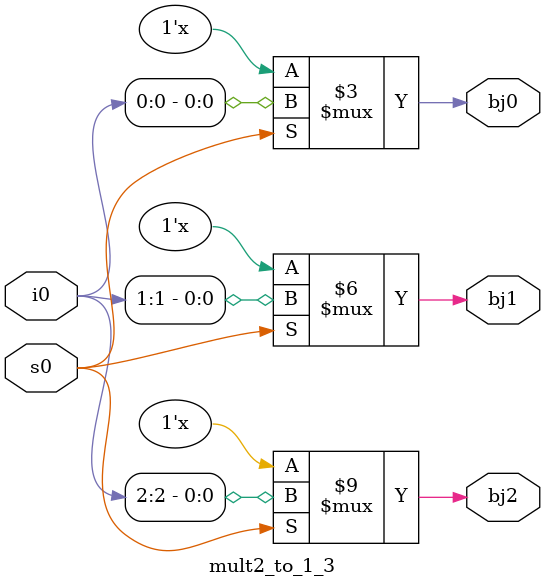
<source format=v>
module mult2_to_1_3(bj2,bj1,bj0,i0,s0);
output bj2,bj1,bj0;
input [2:0]i0;
input s0;
reg bj2,bj1,bj0;

always @(s0)
begin
    case(s0)
    1'b1: begin
        bj2=i0[2];
        bj1=i0[1];
        bj0=i0[0];    
    end
    default: begin
        
    end
    endcase
end
endmodule

</source>
